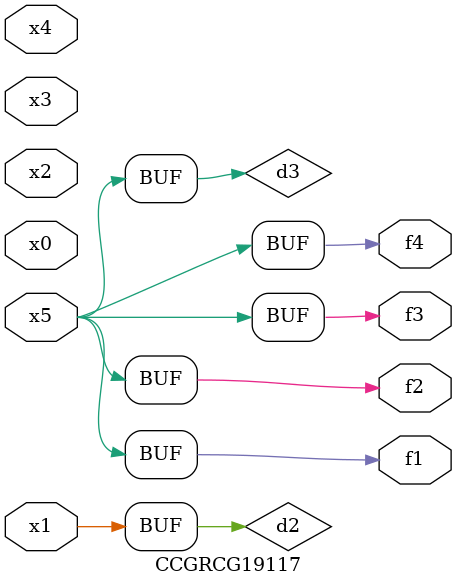
<source format=v>
module CCGRCG19117(
	input x0, x1, x2, x3, x4, x5,
	output f1, f2, f3, f4
);

	wire d1, d2, d3;

	not (d1, x5);
	or (d2, x1);
	xnor (d3, d1);
	assign f1 = d3;
	assign f2 = d3;
	assign f3 = d3;
	assign f4 = d3;
endmodule

</source>
